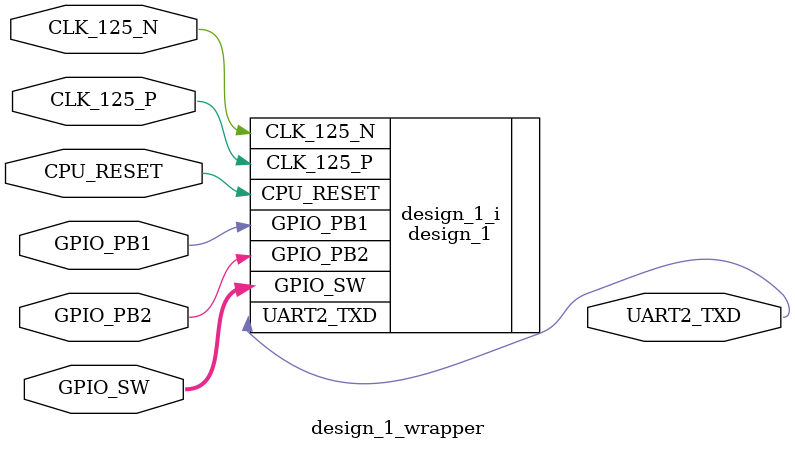
<source format=v>
`timescale 1 ps / 1 ps

module design_1_wrapper
   (CLK_125_N,
    CLK_125_P,
    CPU_RESET,
    GPIO_PB1,
    GPIO_PB2,
    GPIO_SW,
    UART2_TXD);
  input CLK_125_N;
  input CLK_125_P;
  input CPU_RESET;
  input GPIO_PB1;
  input GPIO_PB2;
  input [3:0]GPIO_SW;
  output UART2_TXD;

  wire CLK_125_N;
  wire CLK_125_P;
  wire CPU_RESET;
  wire GPIO_PB1;
  wire GPIO_PB2;
  wire [3:0]GPIO_SW;
  wire UART2_TXD;

  design_1 design_1_i
       (.CLK_125_N(CLK_125_N),
        .CLK_125_P(CLK_125_P),
        .CPU_RESET(CPU_RESET),
        .GPIO_PB1(GPIO_PB1),
        .GPIO_PB2(GPIO_PB2),
        .GPIO_SW(GPIO_SW),
        .UART2_TXD(UART2_TXD));
endmodule

</source>
